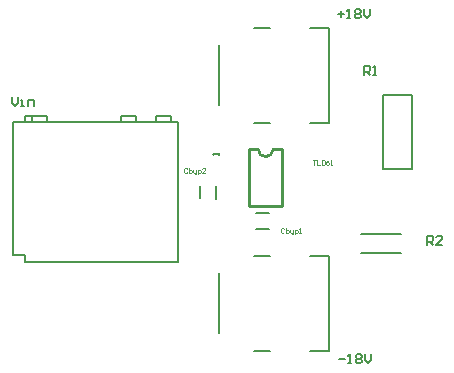
<source format=gbr>
G04*
G04 #@! TF.GenerationSoftware,Altium Limited,Altium Designer,24.9.1 (31)*
G04*
G04 Layer_Color=65535*
%FSLAX25Y25*%
%MOIN*%
G70*
G04*
G04 #@! TF.SameCoordinates,339F8C44-8F51-4397-B52D-863AAE003943*
G04*
G04*
G04 #@! TF.FilePolarity,Positive*
G04*
G01*
G75*
%ADD10C,0.01000*%
%ADD11C,0.00787*%
%ADD12C,0.00500*%
%ADD13C,0.00200*%
D10*
X418600Y311900D02*
G03*
X423600Y311900I2500J0D01*
G01*
X415500Y292800D02*
Y311900D01*
Y292800D02*
X426500D01*
X415500Y311900D02*
X418500D01*
X426500Y292800D02*
Y311900D01*
X423800D02*
X426500D01*
D11*
X442307Y320752D02*
Y352248D01*
X405693Y346500D02*
X405693Y326500D01*
X435807Y320752D02*
X442307D01*
X435807Y352248D02*
X442307D01*
X417050D02*
X422550D01*
X417050Y320752D02*
X422550D01*
X417050Y244752D02*
X422550D01*
X417050Y276248D02*
X422550D01*
X435807D02*
X442307D01*
X435807Y244752D02*
X442307D01*
X405693Y270500D02*
X405693Y250500D01*
X442307Y244752D02*
Y276248D01*
X399320Y295454D02*
Y299588D01*
X404658Y295433D02*
Y299567D01*
X417954Y290680D02*
X422088D01*
X417933Y285343D02*
X422067D01*
X452913Y283650D02*
X466102D01*
X452913Y277350D02*
X466102D01*
X460079Y330087D02*
X469921D01*
X460079Y305283D02*
Y330087D01*
Y305283D02*
X469921D01*
Y330087D01*
X336752Y276583D02*
Y320913D01*
X391870Y274220D02*
Y320913D01*
X336752D02*
X391870D01*
X372854D02*
Y322882D01*
X377776D01*
Y320913D02*
Y322882D01*
X384665Y320913D02*
Y322882D01*
X389587D01*
Y320913D02*
Y322882D01*
X343169Y320913D02*
Y322882D01*
X348091Y320913D02*
Y322882D01*
X341004D02*
X348091D01*
X341004Y320913D02*
Y322882D01*
X340886Y274220D02*
X391870D01*
X340886D02*
Y276583D01*
X336752D02*
X340886D01*
D12*
X405500Y310000D02*
Y310666D01*
Y310333D01*
X403501D01*
X403834Y310000D01*
X336400Y329299D02*
Y327300D01*
X337400Y326300D01*
X338399Y327300D01*
Y329299D01*
X339399Y326300D02*
X340399D01*
X339899D01*
Y328299D01*
X339399D01*
X341898Y326300D02*
Y328299D01*
X343398D01*
X343898Y327800D01*
Y326300D01*
X475001Y280000D02*
Y282999D01*
X476500D01*
X477000Y282500D01*
Y281500D01*
X476500Y281000D01*
X475001D01*
X476000D02*
X477000Y280000D01*
X479999D02*
X478000D01*
X479999Y282000D01*
Y282500D01*
X479499Y282999D01*
X478500D01*
X478000Y282500D01*
X454001Y336685D02*
Y339685D01*
X455500D01*
X456000Y339185D01*
Y338185D01*
X455500Y337685D01*
X454001D01*
X455000D02*
X456000Y336685D01*
X457000D02*
X457999D01*
X457500D01*
Y339685D01*
X457000Y339185D01*
X445653Y242000D02*
X447652D01*
X448652Y240500D02*
X449652D01*
X449152D01*
Y243499D01*
X448652Y243000D01*
X451151D02*
X451651Y243499D01*
X452651D01*
X453151Y243000D01*
Y242500D01*
X452651Y242000D01*
X453151Y241500D01*
Y241000D01*
X452651Y240500D01*
X451651D01*
X451151Y241000D01*
Y241500D01*
X451651Y242000D01*
X451151Y242500D01*
Y243000D01*
X451651Y242000D02*
X452651D01*
X454150Y243499D02*
Y241500D01*
X455150Y240500D01*
X456150Y241500D01*
Y243499D01*
X445252Y357000D02*
X447251D01*
X446251Y358000D02*
Y356000D01*
X448251Y355501D02*
X449250D01*
X448751D01*
Y358500D01*
X448251Y358000D01*
X450750D02*
X451250Y358500D01*
X452249D01*
X452749Y358000D01*
Y357500D01*
X452249Y357000D01*
X452749Y356500D01*
Y356000D01*
X452249Y355501D01*
X451250D01*
X450750Y356000D01*
Y356500D01*
X451250Y357000D01*
X450750Y357500D01*
Y358000D01*
X451250Y357000D02*
X452249D01*
X453749Y358500D02*
Y356500D01*
X454749Y355501D01*
X455748Y356500D01*
Y358500D01*
D13*
X436751Y308250D02*
X437751D01*
X437251D01*
Y306750D01*
X438251Y308250D02*
Y306750D01*
X439250D01*
X439750Y308000D02*
X440000Y308250D01*
X440500D01*
X440750Y308000D01*
Y307000D01*
X440500Y306750D01*
X440000D01*
X439750Y307000D01*
Y308000D01*
X442249Y308250D02*
X441749Y308000D01*
X441250Y307500D01*
Y307000D01*
X441500Y306750D01*
X441999D01*
X442249Y307000D01*
Y307250D01*
X441999Y307500D01*
X441250D01*
X442749Y306750D02*
X443249D01*
X442999D01*
Y308250D01*
X442749Y308000D01*
X395001Y305250D02*
X394751Y305500D01*
X394251D01*
X394001Y305250D01*
Y304250D01*
X394251Y304000D01*
X394751D01*
X395001Y304250D01*
X395501Y305500D02*
Y304000D01*
X396250D01*
X396500Y304250D01*
Y304500D01*
Y304750D01*
X396250Y305000D01*
X395501D01*
X397000D02*
Y304250D01*
X397250Y304000D01*
X398000D01*
Y303750D01*
X397750Y303500D01*
X397500D01*
X398000Y304000D02*
Y305000D01*
X398500Y303500D02*
Y305000D01*
X399249D01*
X399499Y304750D01*
Y304250D01*
X399249Y304000D01*
X398500D01*
X400999D02*
X399999D01*
X400999Y305000D01*
Y305250D01*
X400749Y305500D01*
X400249D01*
X399999Y305250D01*
X427251Y285250D02*
X427001Y285500D01*
X426501D01*
X426251Y285250D01*
Y284250D01*
X426501Y284000D01*
X427001D01*
X427251Y284250D01*
X427751Y285500D02*
Y284000D01*
X428500D01*
X428750Y284250D01*
Y284500D01*
Y284750D01*
X428500Y285000D01*
X427751D01*
X429250D02*
Y284250D01*
X429500Y284000D01*
X430250D01*
Y283750D01*
X430000Y283500D01*
X429750D01*
X430250Y284000D02*
Y285000D01*
X430750Y283500D02*
Y285000D01*
X431499D01*
X431749Y284750D01*
Y284250D01*
X431499Y284000D01*
X430750D01*
X432249D02*
X432749D01*
X432499D01*
Y285500D01*
X432249Y285250D01*
M02*

</source>
